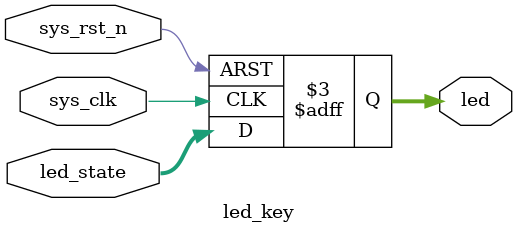
<source format=v>

module led_key(
    input               sys_clk  ,    //50Mhz系统时钟
    input               sys_rst_n,    //系统复位，低有效
  
    output  reg  [3:0]  led,           //LED输出信号
	input        [3:0]  led_state
    );



//识别按键，切换显示模式
always @(posedge sys_clk or negedge sys_rst_n) begin
    if(!sys_rst_n) begin
          led<=4'b 0000;
    end
	else
		led<=led_state;	
end

endmodule 
</source>
